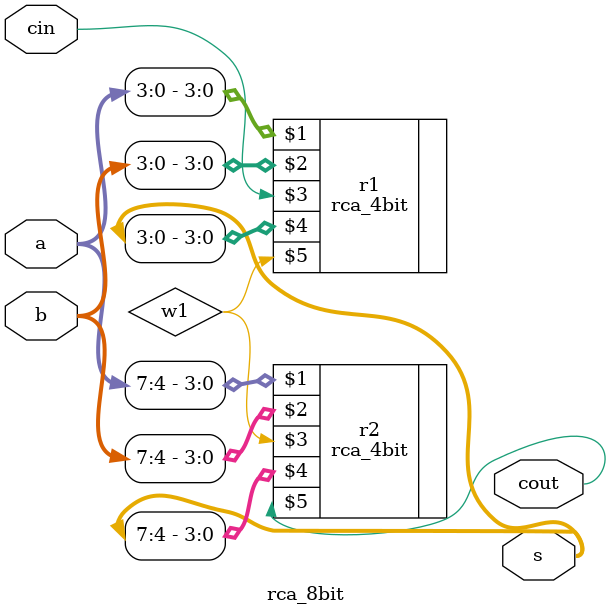
<source format=v>
`timescale 1ns / 1ps
module rca_8bit(a,b,cin,s,cout);
input [7:0]a,b;
input cin;
output [7:0]s;
output cout;
wire w1;
rca_4bit r1(a[3:0],b[3:0],cin,s[3:0],w1);
rca_4bit r2(a[7:4],b[7:4],w1,s[7:4],cout);
endmodule

</source>
